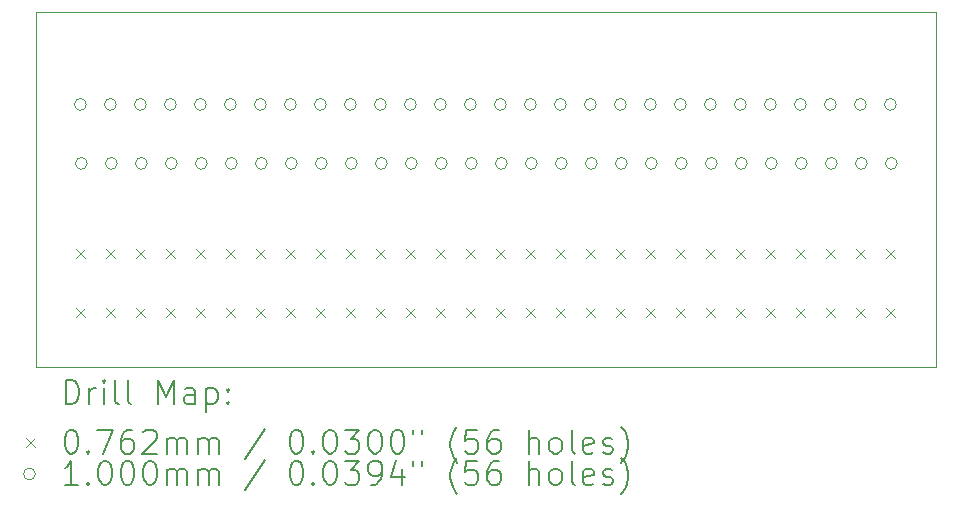
<source format=gbr>
%TF.GenerationSoftware,KiCad,Pcbnew,6.0.11-2627ca5db0~126~ubuntu22.04.1*%
%TF.CreationDate,2023-04-18T11:26:34+01:00*%
%TF.ProjectId,pim,70696d2e-6b69-4636-9164-5f7063625858,rev?*%
%TF.SameCoordinates,Original*%
%TF.FileFunction,Drillmap*%
%TF.FilePolarity,Positive*%
%FSLAX45Y45*%
G04 Gerber Fmt 4.5, Leading zero omitted, Abs format (unit mm)*
G04 Created by KiCad (PCBNEW 6.0.11-2627ca5db0~126~ubuntu22.04.1) date 2023-04-18 11:26:34*
%MOMM*%
%LPD*%
G01*
G04 APERTURE LIST*
%ADD10C,0.100000*%
%ADD11C,0.200000*%
%ADD12C,0.076200*%
G04 APERTURE END LIST*
D10*
X18542000Y-10277000D02*
X10922000Y-10277000D01*
X10922000Y-10277000D02*
X10922000Y-13278000D01*
X10922000Y-13278000D02*
X18542000Y-13278000D01*
X18542000Y-13278000D02*
X18542000Y-10277000D01*
D11*
D12*
X11261900Y-12778900D02*
X11338100Y-12855100D01*
X11338100Y-12778900D02*
X11261900Y-12855100D01*
X11264900Y-12280900D02*
X11341100Y-12357100D01*
X11341100Y-12280900D02*
X11264900Y-12357100D01*
X11515900Y-12778900D02*
X11592100Y-12855100D01*
X11592100Y-12778900D02*
X11515900Y-12855100D01*
X11518900Y-12280900D02*
X11595100Y-12357100D01*
X11595100Y-12280900D02*
X11518900Y-12357100D01*
X11769900Y-12778900D02*
X11846100Y-12855100D01*
X11846100Y-12778900D02*
X11769900Y-12855100D01*
X11772900Y-12280900D02*
X11849100Y-12357100D01*
X11849100Y-12280900D02*
X11772900Y-12357100D01*
X12023900Y-12778900D02*
X12100100Y-12855100D01*
X12100100Y-12778900D02*
X12023900Y-12855100D01*
X12026900Y-12280900D02*
X12103100Y-12357100D01*
X12103100Y-12280900D02*
X12026900Y-12357100D01*
X12277900Y-12778900D02*
X12354100Y-12855100D01*
X12354100Y-12778900D02*
X12277900Y-12855100D01*
X12280900Y-12280900D02*
X12357100Y-12357100D01*
X12357100Y-12280900D02*
X12280900Y-12357100D01*
X12531900Y-12778900D02*
X12608100Y-12855100D01*
X12608100Y-12778900D02*
X12531900Y-12855100D01*
X12534900Y-12280900D02*
X12611100Y-12357100D01*
X12611100Y-12280900D02*
X12534900Y-12357100D01*
X12785900Y-12778900D02*
X12862100Y-12855100D01*
X12862100Y-12778900D02*
X12785900Y-12855100D01*
X12788900Y-12280900D02*
X12865100Y-12357100D01*
X12865100Y-12280900D02*
X12788900Y-12357100D01*
X13039900Y-12778900D02*
X13116100Y-12855100D01*
X13116100Y-12778900D02*
X13039900Y-12855100D01*
X13042900Y-12280900D02*
X13119100Y-12357100D01*
X13119100Y-12280900D02*
X13042900Y-12357100D01*
X13293900Y-12778900D02*
X13370100Y-12855100D01*
X13370100Y-12778900D02*
X13293900Y-12855100D01*
X13296900Y-12280900D02*
X13373100Y-12357100D01*
X13373100Y-12280900D02*
X13296900Y-12357100D01*
X13547900Y-12778900D02*
X13624100Y-12855100D01*
X13624100Y-12778900D02*
X13547900Y-12855100D01*
X13550900Y-12280900D02*
X13627100Y-12357100D01*
X13627100Y-12280900D02*
X13550900Y-12357100D01*
X13801900Y-12778900D02*
X13878100Y-12855100D01*
X13878100Y-12778900D02*
X13801900Y-12855100D01*
X13804900Y-12280900D02*
X13881100Y-12357100D01*
X13881100Y-12280900D02*
X13804900Y-12357100D01*
X14055900Y-12778900D02*
X14132100Y-12855100D01*
X14132100Y-12778900D02*
X14055900Y-12855100D01*
X14058900Y-12280900D02*
X14135100Y-12357100D01*
X14135100Y-12280900D02*
X14058900Y-12357100D01*
X14309900Y-12778900D02*
X14386100Y-12855100D01*
X14386100Y-12778900D02*
X14309900Y-12855100D01*
X14312900Y-12280900D02*
X14389100Y-12357100D01*
X14389100Y-12280900D02*
X14312900Y-12357100D01*
X14563900Y-12778900D02*
X14640100Y-12855100D01*
X14640100Y-12778900D02*
X14563900Y-12855100D01*
X14566900Y-12280900D02*
X14643100Y-12357100D01*
X14643100Y-12280900D02*
X14566900Y-12357100D01*
X14817900Y-12778900D02*
X14894100Y-12855100D01*
X14894100Y-12778900D02*
X14817900Y-12855100D01*
X14820900Y-12280900D02*
X14897100Y-12357100D01*
X14897100Y-12280900D02*
X14820900Y-12357100D01*
X15071900Y-12778900D02*
X15148100Y-12855100D01*
X15148100Y-12778900D02*
X15071900Y-12855100D01*
X15074900Y-12280900D02*
X15151100Y-12357100D01*
X15151100Y-12280900D02*
X15074900Y-12357100D01*
X15325900Y-12778900D02*
X15402100Y-12855100D01*
X15402100Y-12778900D02*
X15325900Y-12855100D01*
X15328900Y-12280900D02*
X15405100Y-12357100D01*
X15405100Y-12280900D02*
X15328900Y-12357100D01*
X15579900Y-12778900D02*
X15656100Y-12855100D01*
X15656100Y-12778900D02*
X15579900Y-12855100D01*
X15582900Y-12280900D02*
X15659100Y-12357100D01*
X15659100Y-12280900D02*
X15582900Y-12357100D01*
X15833900Y-12778900D02*
X15910100Y-12855100D01*
X15910100Y-12778900D02*
X15833900Y-12855100D01*
X15836900Y-12280900D02*
X15913100Y-12357100D01*
X15913100Y-12280900D02*
X15836900Y-12357100D01*
X16087900Y-12778900D02*
X16164100Y-12855100D01*
X16164100Y-12778900D02*
X16087900Y-12855100D01*
X16090900Y-12280900D02*
X16167100Y-12357100D01*
X16167100Y-12280900D02*
X16090900Y-12357100D01*
X16341900Y-12778900D02*
X16418100Y-12855100D01*
X16418100Y-12778900D02*
X16341900Y-12855100D01*
X16344900Y-12280900D02*
X16421100Y-12357100D01*
X16421100Y-12280900D02*
X16344900Y-12357100D01*
X16595900Y-12778900D02*
X16672100Y-12855100D01*
X16672100Y-12778900D02*
X16595900Y-12855100D01*
X16598900Y-12280900D02*
X16675100Y-12357100D01*
X16675100Y-12280900D02*
X16598900Y-12357100D01*
X16849900Y-12778900D02*
X16926100Y-12855100D01*
X16926100Y-12778900D02*
X16849900Y-12855100D01*
X16852900Y-12280900D02*
X16929100Y-12357100D01*
X16929100Y-12280900D02*
X16852900Y-12357100D01*
X17103900Y-12778900D02*
X17180100Y-12855100D01*
X17180100Y-12778900D02*
X17103900Y-12855100D01*
X17106900Y-12280900D02*
X17183100Y-12357100D01*
X17183100Y-12280900D02*
X17106900Y-12357100D01*
X17357900Y-12778900D02*
X17434100Y-12855100D01*
X17434100Y-12778900D02*
X17357900Y-12855100D01*
X17360900Y-12280900D02*
X17437100Y-12357100D01*
X17437100Y-12280900D02*
X17360900Y-12357100D01*
X17611900Y-12778900D02*
X17688100Y-12855100D01*
X17688100Y-12778900D02*
X17611900Y-12855100D01*
X17614900Y-12280900D02*
X17691100Y-12357100D01*
X17691100Y-12280900D02*
X17614900Y-12357100D01*
X17865900Y-12778900D02*
X17942100Y-12855100D01*
X17942100Y-12778900D02*
X17865900Y-12855100D01*
X17868900Y-12280900D02*
X17945100Y-12357100D01*
X17945100Y-12280900D02*
X17868900Y-12357100D01*
X18119900Y-12778900D02*
X18196100Y-12855100D01*
X18196100Y-12778900D02*
X18119900Y-12855100D01*
X18122900Y-12280900D02*
X18199100Y-12357100D01*
X18199100Y-12280900D02*
X18122900Y-12357100D01*
D10*
X11349000Y-11058000D02*
G75*
G03*
X11349000Y-11058000I-50000J0D01*
G01*
X11357500Y-11557000D02*
G75*
G03*
X11357500Y-11557000I-50000J0D01*
G01*
X11603000Y-11058000D02*
G75*
G03*
X11603000Y-11058000I-50000J0D01*
G01*
X11611500Y-11557000D02*
G75*
G03*
X11611500Y-11557000I-50000J0D01*
G01*
X11857000Y-11058000D02*
G75*
G03*
X11857000Y-11058000I-50000J0D01*
G01*
X11865500Y-11557000D02*
G75*
G03*
X11865500Y-11557000I-50000J0D01*
G01*
X12111000Y-11058000D02*
G75*
G03*
X12111000Y-11058000I-50000J0D01*
G01*
X12119500Y-11557000D02*
G75*
G03*
X12119500Y-11557000I-50000J0D01*
G01*
X12365000Y-11058000D02*
G75*
G03*
X12365000Y-11058000I-50000J0D01*
G01*
X12373500Y-11557000D02*
G75*
G03*
X12373500Y-11557000I-50000J0D01*
G01*
X12619000Y-11058000D02*
G75*
G03*
X12619000Y-11058000I-50000J0D01*
G01*
X12627500Y-11557000D02*
G75*
G03*
X12627500Y-11557000I-50000J0D01*
G01*
X12873000Y-11058000D02*
G75*
G03*
X12873000Y-11058000I-50000J0D01*
G01*
X12881500Y-11557000D02*
G75*
G03*
X12881500Y-11557000I-50000J0D01*
G01*
X13127000Y-11058000D02*
G75*
G03*
X13127000Y-11058000I-50000J0D01*
G01*
X13135500Y-11557000D02*
G75*
G03*
X13135500Y-11557000I-50000J0D01*
G01*
X13381000Y-11058000D02*
G75*
G03*
X13381000Y-11058000I-50000J0D01*
G01*
X13389500Y-11557000D02*
G75*
G03*
X13389500Y-11557000I-50000J0D01*
G01*
X13635000Y-11058000D02*
G75*
G03*
X13635000Y-11058000I-50000J0D01*
G01*
X13643500Y-11557000D02*
G75*
G03*
X13643500Y-11557000I-50000J0D01*
G01*
X13889000Y-11058000D02*
G75*
G03*
X13889000Y-11058000I-50000J0D01*
G01*
X13897500Y-11557000D02*
G75*
G03*
X13897500Y-11557000I-50000J0D01*
G01*
X14143000Y-11058000D02*
G75*
G03*
X14143000Y-11058000I-50000J0D01*
G01*
X14151500Y-11557000D02*
G75*
G03*
X14151500Y-11557000I-50000J0D01*
G01*
X14397000Y-11058000D02*
G75*
G03*
X14397000Y-11058000I-50000J0D01*
G01*
X14405500Y-11557000D02*
G75*
G03*
X14405500Y-11557000I-50000J0D01*
G01*
X14651000Y-11058000D02*
G75*
G03*
X14651000Y-11058000I-50000J0D01*
G01*
X14659500Y-11557000D02*
G75*
G03*
X14659500Y-11557000I-50000J0D01*
G01*
X14905000Y-11058000D02*
G75*
G03*
X14905000Y-11058000I-50000J0D01*
G01*
X14913500Y-11557000D02*
G75*
G03*
X14913500Y-11557000I-50000J0D01*
G01*
X15159000Y-11058000D02*
G75*
G03*
X15159000Y-11058000I-50000J0D01*
G01*
X15167500Y-11557000D02*
G75*
G03*
X15167500Y-11557000I-50000J0D01*
G01*
X15413000Y-11058000D02*
G75*
G03*
X15413000Y-11058000I-50000J0D01*
G01*
X15421500Y-11557000D02*
G75*
G03*
X15421500Y-11557000I-50000J0D01*
G01*
X15667000Y-11058000D02*
G75*
G03*
X15667000Y-11058000I-50000J0D01*
G01*
X15675500Y-11557000D02*
G75*
G03*
X15675500Y-11557000I-50000J0D01*
G01*
X15921000Y-11058000D02*
G75*
G03*
X15921000Y-11058000I-50000J0D01*
G01*
X15929500Y-11557000D02*
G75*
G03*
X15929500Y-11557000I-50000J0D01*
G01*
X16175000Y-11058000D02*
G75*
G03*
X16175000Y-11058000I-50000J0D01*
G01*
X16183500Y-11557000D02*
G75*
G03*
X16183500Y-11557000I-50000J0D01*
G01*
X16429000Y-11058000D02*
G75*
G03*
X16429000Y-11058000I-50000J0D01*
G01*
X16437500Y-11557000D02*
G75*
G03*
X16437500Y-11557000I-50000J0D01*
G01*
X16683000Y-11058000D02*
G75*
G03*
X16683000Y-11058000I-50000J0D01*
G01*
X16691500Y-11557000D02*
G75*
G03*
X16691500Y-11557000I-50000J0D01*
G01*
X16937000Y-11058000D02*
G75*
G03*
X16937000Y-11058000I-50000J0D01*
G01*
X16945500Y-11557000D02*
G75*
G03*
X16945500Y-11557000I-50000J0D01*
G01*
X17191000Y-11058000D02*
G75*
G03*
X17191000Y-11058000I-50000J0D01*
G01*
X17199500Y-11557000D02*
G75*
G03*
X17199500Y-11557000I-50000J0D01*
G01*
X17445000Y-11058000D02*
G75*
G03*
X17445000Y-11058000I-50000J0D01*
G01*
X17453500Y-11557000D02*
G75*
G03*
X17453500Y-11557000I-50000J0D01*
G01*
X17699000Y-11058000D02*
G75*
G03*
X17699000Y-11058000I-50000J0D01*
G01*
X17707500Y-11557000D02*
G75*
G03*
X17707500Y-11557000I-50000J0D01*
G01*
X17953000Y-11058000D02*
G75*
G03*
X17953000Y-11058000I-50000J0D01*
G01*
X17961500Y-11557000D02*
G75*
G03*
X17961500Y-11557000I-50000J0D01*
G01*
X18207000Y-11058000D02*
G75*
G03*
X18207000Y-11058000I-50000J0D01*
G01*
X18215500Y-11557000D02*
G75*
G03*
X18215500Y-11557000I-50000J0D01*
G01*
D11*
X11174619Y-13593476D02*
X11174619Y-13393476D01*
X11222238Y-13393476D01*
X11250809Y-13403000D01*
X11269857Y-13422048D01*
X11279381Y-13441095D01*
X11288905Y-13479190D01*
X11288905Y-13507762D01*
X11279381Y-13545857D01*
X11269857Y-13564905D01*
X11250809Y-13583952D01*
X11222238Y-13593476D01*
X11174619Y-13593476D01*
X11374619Y-13593476D02*
X11374619Y-13460143D01*
X11374619Y-13498238D02*
X11384143Y-13479190D01*
X11393667Y-13469667D01*
X11412714Y-13460143D01*
X11431762Y-13460143D01*
X11498428Y-13593476D02*
X11498428Y-13460143D01*
X11498428Y-13393476D02*
X11488905Y-13403000D01*
X11498428Y-13412524D01*
X11507952Y-13403000D01*
X11498428Y-13393476D01*
X11498428Y-13412524D01*
X11622238Y-13593476D02*
X11603190Y-13583952D01*
X11593667Y-13564905D01*
X11593667Y-13393476D01*
X11727000Y-13593476D02*
X11707952Y-13583952D01*
X11698428Y-13564905D01*
X11698428Y-13393476D01*
X11955571Y-13593476D02*
X11955571Y-13393476D01*
X12022238Y-13536333D01*
X12088905Y-13393476D01*
X12088905Y-13593476D01*
X12269857Y-13593476D02*
X12269857Y-13488714D01*
X12260333Y-13469667D01*
X12241286Y-13460143D01*
X12203190Y-13460143D01*
X12184143Y-13469667D01*
X12269857Y-13583952D02*
X12250809Y-13593476D01*
X12203190Y-13593476D01*
X12184143Y-13583952D01*
X12174619Y-13564905D01*
X12174619Y-13545857D01*
X12184143Y-13526809D01*
X12203190Y-13517286D01*
X12250809Y-13517286D01*
X12269857Y-13507762D01*
X12365095Y-13460143D02*
X12365095Y-13660143D01*
X12365095Y-13469667D02*
X12384143Y-13460143D01*
X12422238Y-13460143D01*
X12441286Y-13469667D01*
X12450809Y-13479190D01*
X12460333Y-13498238D01*
X12460333Y-13555381D01*
X12450809Y-13574428D01*
X12441286Y-13583952D01*
X12422238Y-13593476D01*
X12384143Y-13593476D01*
X12365095Y-13583952D01*
X12546048Y-13574428D02*
X12555571Y-13583952D01*
X12546048Y-13593476D01*
X12536524Y-13583952D01*
X12546048Y-13574428D01*
X12546048Y-13593476D01*
X12546048Y-13469667D02*
X12555571Y-13479190D01*
X12546048Y-13488714D01*
X12536524Y-13479190D01*
X12546048Y-13469667D01*
X12546048Y-13488714D01*
D12*
X10840800Y-13884900D02*
X10917000Y-13961100D01*
X10917000Y-13884900D02*
X10840800Y-13961100D01*
D11*
X11212714Y-13813476D02*
X11231762Y-13813476D01*
X11250809Y-13823000D01*
X11260333Y-13832524D01*
X11269857Y-13851571D01*
X11279381Y-13889667D01*
X11279381Y-13937286D01*
X11269857Y-13975381D01*
X11260333Y-13994428D01*
X11250809Y-14003952D01*
X11231762Y-14013476D01*
X11212714Y-14013476D01*
X11193667Y-14003952D01*
X11184143Y-13994428D01*
X11174619Y-13975381D01*
X11165095Y-13937286D01*
X11165095Y-13889667D01*
X11174619Y-13851571D01*
X11184143Y-13832524D01*
X11193667Y-13823000D01*
X11212714Y-13813476D01*
X11365095Y-13994428D02*
X11374619Y-14003952D01*
X11365095Y-14013476D01*
X11355571Y-14003952D01*
X11365095Y-13994428D01*
X11365095Y-14013476D01*
X11441286Y-13813476D02*
X11574619Y-13813476D01*
X11488905Y-14013476D01*
X11736524Y-13813476D02*
X11698428Y-13813476D01*
X11679381Y-13823000D01*
X11669857Y-13832524D01*
X11650809Y-13861095D01*
X11641286Y-13899190D01*
X11641286Y-13975381D01*
X11650809Y-13994428D01*
X11660333Y-14003952D01*
X11679381Y-14013476D01*
X11717476Y-14013476D01*
X11736524Y-14003952D01*
X11746048Y-13994428D01*
X11755571Y-13975381D01*
X11755571Y-13927762D01*
X11746048Y-13908714D01*
X11736524Y-13899190D01*
X11717476Y-13889667D01*
X11679381Y-13889667D01*
X11660333Y-13899190D01*
X11650809Y-13908714D01*
X11641286Y-13927762D01*
X11831762Y-13832524D02*
X11841286Y-13823000D01*
X11860333Y-13813476D01*
X11907952Y-13813476D01*
X11927000Y-13823000D01*
X11936524Y-13832524D01*
X11946048Y-13851571D01*
X11946048Y-13870619D01*
X11936524Y-13899190D01*
X11822238Y-14013476D01*
X11946048Y-14013476D01*
X12031762Y-14013476D02*
X12031762Y-13880143D01*
X12031762Y-13899190D02*
X12041286Y-13889667D01*
X12060333Y-13880143D01*
X12088905Y-13880143D01*
X12107952Y-13889667D01*
X12117476Y-13908714D01*
X12117476Y-14013476D01*
X12117476Y-13908714D02*
X12127000Y-13889667D01*
X12146048Y-13880143D01*
X12174619Y-13880143D01*
X12193667Y-13889667D01*
X12203190Y-13908714D01*
X12203190Y-14013476D01*
X12298428Y-14013476D02*
X12298428Y-13880143D01*
X12298428Y-13899190D02*
X12307952Y-13889667D01*
X12327000Y-13880143D01*
X12355571Y-13880143D01*
X12374619Y-13889667D01*
X12384143Y-13908714D01*
X12384143Y-14013476D01*
X12384143Y-13908714D02*
X12393667Y-13889667D01*
X12412714Y-13880143D01*
X12441286Y-13880143D01*
X12460333Y-13889667D01*
X12469857Y-13908714D01*
X12469857Y-14013476D01*
X12860333Y-13803952D02*
X12688905Y-14061095D01*
X13117476Y-13813476D02*
X13136524Y-13813476D01*
X13155571Y-13823000D01*
X13165095Y-13832524D01*
X13174619Y-13851571D01*
X13184143Y-13889667D01*
X13184143Y-13937286D01*
X13174619Y-13975381D01*
X13165095Y-13994428D01*
X13155571Y-14003952D01*
X13136524Y-14013476D01*
X13117476Y-14013476D01*
X13098428Y-14003952D01*
X13088905Y-13994428D01*
X13079381Y-13975381D01*
X13069857Y-13937286D01*
X13069857Y-13889667D01*
X13079381Y-13851571D01*
X13088905Y-13832524D01*
X13098428Y-13823000D01*
X13117476Y-13813476D01*
X13269857Y-13994428D02*
X13279381Y-14003952D01*
X13269857Y-14013476D01*
X13260333Y-14003952D01*
X13269857Y-13994428D01*
X13269857Y-14013476D01*
X13403190Y-13813476D02*
X13422238Y-13813476D01*
X13441286Y-13823000D01*
X13450809Y-13832524D01*
X13460333Y-13851571D01*
X13469857Y-13889667D01*
X13469857Y-13937286D01*
X13460333Y-13975381D01*
X13450809Y-13994428D01*
X13441286Y-14003952D01*
X13422238Y-14013476D01*
X13403190Y-14013476D01*
X13384143Y-14003952D01*
X13374619Y-13994428D01*
X13365095Y-13975381D01*
X13355571Y-13937286D01*
X13355571Y-13889667D01*
X13365095Y-13851571D01*
X13374619Y-13832524D01*
X13384143Y-13823000D01*
X13403190Y-13813476D01*
X13536524Y-13813476D02*
X13660333Y-13813476D01*
X13593667Y-13889667D01*
X13622238Y-13889667D01*
X13641286Y-13899190D01*
X13650809Y-13908714D01*
X13660333Y-13927762D01*
X13660333Y-13975381D01*
X13650809Y-13994428D01*
X13641286Y-14003952D01*
X13622238Y-14013476D01*
X13565095Y-14013476D01*
X13546048Y-14003952D01*
X13536524Y-13994428D01*
X13784143Y-13813476D02*
X13803190Y-13813476D01*
X13822238Y-13823000D01*
X13831762Y-13832524D01*
X13841286Y-13851571D01*
X13850809Y-13889667D01*
X13850809Y-13937286D01*
X13841286Y-13975381D01*
X13831762Y-13994428D01*
X13822238Y-14003952D01*
X13803190Y-14013476D01*
X13784143Y-14013476D01*
X13765095Y-14003952D01*
X13755571Y-13994428D01*
X13746048Y-13975381D01*
X13736524Y-13937286D01*
X13736524Y-13889667D01*
X13746048Y-13851571D01*
X13755571Y-13832524D01*
X13765095Y-13823000D01*
X13784143Y-13813476D01*
X13974619Y-13813476D02*
X13993667Y-13813476D01*
X14012714Y-13823000D01*
X14022238Y-13832524D01*
X14031762Y-13851571D01*
X14041286Y-13889667D01*
X14041286Y-13937286D01*
X14031762Y-13975381D01*
X14022238Y-13994428D01*
X14012714Y-14003952D01*
X13993667Y-14013476D01*
X13974619Y-14013476D01*
X13955571Y-14003952D01*
X13946048Y-13994428D01*
X13936524Y-13975381D01*
X13927000Y-13937286D01*
X13927000Y-13889667D01*
X13936524Y-13851571D01*
X13946048Y-13832524D01*
X13955571Y-13823000D01*
X13974619Y-13813476D01*
X14117476Y-13813476D02*
X14117476Y-13851571D01*
X14193667Y-13813476D02*
X14193667Y-13851571D01*
X14488905Y-14089667D02*
X14479381Y-14080143D01*
X14460333Y-14051571D01*
X14450809Y-14032524D01*
X14441286Y-14003952D01*
X14431762Y-13956333D01*
X14431762Y-13918238D01*
X14441286Y-13870619D01*
X14450809Y-13842048D01*
X14460333Y-13823000D01*
X14479381Y-13794428D01*
X14488905Y-13784905D01*
X14660333Y-13813476D02*
X14565095Y-13813476D01*
X14555571Y-13908714D01*
X14565095Y-13899190D01*
X14584143Y-13889667D01*
X14631762Y-13889667D01*
X14650809Y-13899190D01*
X14660333Y-13908714D01*
X14669857Y-13927762D01*
X14669857Y-13975381D01*
X14660333Y-13994428D01*
X14650809Y-14003952D01*
X14631762Y-14013476D01*
X14584143Y-14013476D01*
X14565095Y-14003952D01*
X14555571Y-13994428D01*
X14841286Y-13813476D02*
X14803190Y-13813476D01*
X14784143Y-13823000D01*
X14774619Y-13832524D01*
X14755571Y-13861095D01*
X14746048Y-13899190D01*
X14746048Y-13975381D01*
X14755571Y-13994428D01*
X14765095Y-14003952D01*
X14784143Y-14013476D01*
X14822238Y-14013476D01*
X14841286Y-14003952D01*
X14850809Y-13994428D01*
X14860333Y-13975381D01*
X14860333Y-13927762D01*
X14850809Y-13908714D01*
X14841286Y-13899190D01*
X14822238Y-13889667D01*
X14784143Y-13889667D01*
X14765095Y-13899190D01*
X14755571Y-13908714D01*
X14746048Y-13927762D01*
X15098428Y-14013476D02*
X15098428Y-13813476D01*
X15184143Y-14013476D02*
X15184143Y-13908714D01*
X15174619Y-13889667D01*
X15155571Y-13880143D01*
X15127000Y-13880143D01*
X15107952Y-13889667D01*
X15098428Y-13899190D01*
X15307952Y-14013476D02*
X15288905Y-14003952D01*
X15279381Y-13994428D01*
X15269857Y-13975381D01*
X15269857Y-13918238D01*
X15279381Y-13899190D01*
X15288905Y-13889667D01*
X15307952Y-13880143D01*
X15336524Y-13880143D01*
X15355571Y-13889667D01*
X15365095Y-13899190D01*
X15374619Y-13918238D01*
X15374619Y-13975381D01*
X15365095Y-13994428D01*
X15355571Y-14003952D01*
X15336524Y-14013476D01*
X15307952Y-14013476D01*
X15488905Y-14013476D02*
X15469857Y-14003952D01*
X15460333Y-13984905D01*
X15460333Y-13813476D01*
X15641286Y-14003952D02*
X15622238Y-14013476D01*
X15584143Y-14013476D01*
X15565095Y-14003952D01*
X15555571Y-13984905D01*
X15555571Y-13908714D01*
X15565095Y-13889667D01*
X15584143Y-13880143D01*
X15622238Y-13880143D01*
X15641286Y-13889667D01*
X15650809Y-13908714D01*
X15650809Y-13927762D01*
X15555571Y-13946809D01*
X15727000Y-14003952D02*
X15746048Y-14013476D01*
X15784143Y-14013476D01*
X15803190Y-14003952D01*
X15812714Y-13984905D01*
X15812714Y-13975381D01*
X15803190Y-13956333D01*
X15784143Y-13946809D01*
X15755571Y-13946809D01*
X15736524Y-13937286D01*
X15727000Y-13918238D01*
X15727000Y-13908714D01*
X15736524Y-13889667D01*
X15755571Y-13880143D01*
X15784143Y-13880143D01*
X15803190Y-13889667D01*
X15879381Y-14089667D02*
X15888905Y-14080143D01*
X15907952Y-14051571D01*
X15917476Y-14032524D01*
X15927000Y-14003952D01*
X15936524Y-13956333D01*
X15936524Y-13918238D01*
X15927000Y-13870619D01*
X15917476Y-13842048D01*
X15907952Y-13823000D01*
X15888905Y-13794428D01*
X15879381Y-13784905D01*
D10*
X10917000Y-14187000D02*
G75*
G03*
X10917000Y-14187000I-50000J0D01*
G01*
D11*
X11279381Y-14277476D02*
X11165095Y-14277476D01*
X11222238Y-14277476D02*
X11222238Y-14077476D01*
X11203190Y-14106048D01*
X11184143Y-14125095D01*
X11165095Y-14134619D01*
X11365095Y-14258428D02*
X11374619Y-14267952D01*
X11365095Y-14277476D01*
X11355571Y-14267952D01*
X11365095Y-14258428D01*
X11365095Y-14277476D01*
X11498428Y-14077476D02*
X11517476Y-14077476D01*
X11536524Y-14087000D01*
X11546048Y-14096524D01*
X11555571Y-14115571D01*
X11565095Y-14153667D01*
X11565095Y-14201286D01*
X11555571Y-14239381D01*
X11546048Y-14258428D01*
X11536524Y-14267952D01*
X11517476Y-14277476D01*
X11498428Y-14277476D01*
X11479381Y-14267952D01*
X11469857Y-14258428D01*
X11460333Y-14239381D01*
X11450809Y-14201286D01*
X11450809Y-14153667D01*
X11460333Y-14115571D01*
X11469857Y-14096524D01*
X11479381Y-14087000D01*
X11498428Y-14077476D01*
X11688905Y-14077476D02*
X11707952Y-14077476D01*
X11727000Y-14087000D01*
X11736524Y-14096524D01*
X11746048Y-14115571D01*
X11755571Y-14153667D01*
X11755571Y-14201286D01*
X11746048Y-14239381D01*
X11736524Y-14258428D01*
X11727000Y-14267952D01*
X11707952Y-14277476D01*
X11688905Y-14277476D01*
X11669857Y-14267952D01*
X11660333Y-14258428D01*
X11650809Y-14239381D01*
X11641286Y-14201286D01*
X11641286Y-14153667D01*
X11650809Y-14115571D01*
X11660333Y-14096524D01*
X11669857Y-14087000D01*
X11688905Y-14077476D01*
X11879381Y-14077476D02*
X11898428Y-14077476D01*
X11917476Y-14087000D01*
X11927000Y-14096524D01*
X11936524Y-14115571D01*
X11946048Y-14153667D01*
X11946048Y-14201286D01*
X11936524Y-14239381D01*
X11927000Y-14258428D01*
X11917476Y-14267952D01*
X11898428Y-14277476D01*
X11879381Y-14277476D01*
X11860333Y-14267952D01*
X11850809Y-14258428D01*
X11841286Y-14239381D01*
X11831762Y-14201286D01*
X11831762Y-14153667D01*
X11841286Y-14115571D01*
X11850809Y-14096524D01*
X11860333Y-14087000D01*
X11879381Y-14077476D01*
X12031762Y-14277476D02*
X12031762Y-14144143D01*
X12031762Y-14163190D02*
X12041286Y-14153667D01*
X12060333Y-14144143D01*
X12088905Y-14144143D01*
X12107952Y-14153667D01*
X12117476Y-14172714D01*
X12117476Y-14277476D01*
X12117476Y-14172714D02*
X12127000Y-14153667D01*
X12146048Y-14144143D01*
X12174619Y-14144143D01*
X12193667Y-14153667D01*
X12203190Y-14172714D01*
X12203190Y-14277476D01*
X12298428Y-14277476D02*
X12298428Y-14144143D01*
X12298428Y-14163190D02*
X12307952Y-14153667D01*
X12327000Y-14144143D01*
X12355571Y-14144143D01*
X12374619Y-14153667D01*
X12384143Y-14172714D01*
X12384143Y-14277476D01*
X12384143Y-14172714D02*
X12393667Y-14153667D01*
X12412714Y-14144143D01*
X12441286Y-14144143D01*
X12460333Y-14153667D01*
X12469857Y-14172714D01*
X12469857Y-14277476D01*
X12860333Y-14067952D02*
X12688905Y-14325095D01*
X13117476Y-14077476D02*
X13136524Y-14077476D01*
X13155571Y-14087000D01*
X13165095Y-14096524D01*
X13174619Y-14115571D01*
X13184143Y-14153667D01*
X13184143Y-14201286D01*
X13174619Y-14239381D01*
X13165095Y-14258428D01*
X13155571Y-14267952D01*
X13136524Y-14277476D01*
X13117476Y-14277476D01*
X13098428Y-14267952D01*
X13088905Y-14258428D01*
X13079381Y-14239381D01*
X13069857Y-14201286D01*
X13069857Y-14153667D01*
X13079381Y-14115571D01*
X13088905Y-14096524D01*
X13098428Y-14087000D01*
X13117476Y-14077476D01*
X13269857Y-14258428D02*
X13279381Y-14267952D01*
X13269857Y-14277476D01*
X13260333Y-14267952D01*
X13269857Y-14258428D01*
X13269857Y-14277476D01*
X13403190Y-14077476D02*
X13422238Y-14077476D01*
X13441286Y-14087000D01*
X13450809Y-14096524D01*
X13460333Y-14115571D01*
X13469857Y-14153667D01*
X13469857Y-14201286D01*
X13460333Y-14239381D01*
X13450809Y-14258428D01*
X13441286Y-14267952D01*
X13422238Y-14277476D01*
X13403190Y-14277476D01*
X13384143Y-14267952D01*
X13374619Y-14258428D01*
X13365095Y-14239381D01*
X13355571Y-14201286D01*
X13355571Y-14153667D01*
X13365095Y-14115571D01*
X13374619Y-14096524D01*
X13384143Y-14087000D01*
X13403190Y-14077476D01*
X13536524Y-14077476D02*
X13660333Y-14077476D01*
X13593667Y-14153667D01*
X13622238Y-14153667D01*
X13641286Y-14163190D01*
X13650809Y-14172714D01*
X13660333Y-14191762D01*
X13660333Y-14239381D01*
X13650809Y-14258428D01*
X13641286Y-14267952D01*
X13622238Y-14277476D01*
X13565095Y-14277476D01*
X13546048Y-14267952D01*
X13536524Y-14258428D01*
X13755571Y-14277476D02*
X13793667Y-14277476D01*
X13812714Y-14267952D01*
X13822238Y-14258428D01*
X13841286Y-14229857D01*
X13850809Y-14191762D01*
X13850809Y-14115571D01*
X13841286Y-14096524D01*
X13831762Y-14087000D01*
X13812714Y-14077476D01*
X13774619Y-14077476D01*
X13755571Y-14087000D01*
X13746048Y-14096524D01*
X13736524Y-14115571D01*
X13736524Y-14163190D01*
X13746048Y-14182238D01*
X13755571Y-14191762D01*
X13774619Y-14201286D01*
X13812714Y-14201286D01*
X13831762Y-14191762D01*
X13841286Y-14182238D01*
X13850809Y-14163190D01*
X14022238Y-14144143D02*
X14022238Y-14277476D01*
X13974619Y-14067952D02*
X13927000Y-14210809D01*
X14050809Y-14210809D01*
X14117476Y-14077476D02*
X14117476Y-14115571D01*
X14193667Y-14077476D02*
X14193667Y-14115571D01*
X14488905Y-14353667D02*
X14479381Y-14344143D01*
X14460333Y-14315571D01*
X14450809Y-14296524D01*
X14441286Y-14267952D01*
X14431762Y-14220333D01*
X14431762Y-14182238D01*
X14441286Y-14134619D01*
X14450809Y-14106048D01*
X14460333Y-14087000D01*
X14479381Y-14058428D01*
X14488905Y-14048905D01*
X14660333Y-14077476D02*
X14565095Y-14077476D01*
X14555571Y-14172714D01*
X14565095Y-14163190D01*
X14584143Y-14153667D01*
X14631762Y-14153667D01*
X14650809Y-14163190D01*
X14660333Y-14172714D01*
X14669857Y-14191762D01*
X14669857Y-14239381D01*
X14660333Y-14258428D01*
X14650809Y-14267952D01*
X14631762Y-14277476D01*
X14584143Y-14277476D01*
X14565095Y-14267952D01*
X14555571Y-14258428D01*
X14841286Y-14077476D02*
X14803190Y-14077476D01*
X14784143Y-14087000D01*
X14774619Y-14096524D01*
X14755571Y-14125095D01*
X14746048Y-14163190D01*
X14746048Y-14239381D01*
X14755571Y-14258428D01*
X14765095Y-14267952D01*
X14784143Y-14277476D01*
X14822238Y-14277476D01*
X14841286Y-14267952D01*
X14850809Y-14258428D01*
X14860333Y-14239381D01*
X14860333Y-14191762D01*
X14850809Y-14172714D01*
X14841286Y-14163190D01*
X14822238Y-14153667D01*
X14784143Y-14153667D01*
X14765095Y-14163190D01*
X14755571Y-14172714D01*
X14746048Y-14191762D01*
X15098428Y-14277476D02*
X15098428Y-14077476D01*
X15184143Y-14277476D02*
X15184143Y-14172714D01*
X15174619Y-14153667D01*
X15155571Y-14144143D01*
X15127000Y-14144143D01*
X15107952Y-14153667D01*
X15098428Y-14163190D01*
X15307952Y-14277476D02*
X15288905Y-14267952D01*
X15279381Y-14258428D01*
X15269857Y-14239381D01*
X15269857Y-14182238D01*
X15279381Y-14163190D01*
X15288905Y-14153667D01*
X15307952Y-14144143D01*
X15336524Y-14144143D01*
X15355571Y-14153667D01*
X15365095Y-14163190D01*
X15374619Y-14182238D01*
X15374619Y-14239381D01*
X15365095Y-14258428D01*
X15355571Y-14267952D01*
X15336524Y-14277476D01*
X15307952Y-14277476D01*
X15488905Y-14277476D02*
X15469857Y-14267952D01*
X15460333Y-14248905D01*
X15460333Y-14077476D01*
X15641286Y-14267952D02*
X15622238Y-14277476D01*
X15584143Y-14277476D01*
X15565095Y-14267952D01*
X15555571Y-14248905D01*
X15555571Y-14172714D01*
X15565095Y-14153667D01*
X15584143Y-14144143D01*
X15622238Y-14144143D01*
X15641286Y-14153667D01*
X15650809Y-14172714D01*
X15650809Y-14191762D01*
X15555571Y-14210809D01*
X15727000Y-14267952D02*
X15746048Y-14277476D01*
X15784143Y-14277476D01*
X15803190Y-14267952D01*
X15812714Y-14248905D01*
X15812714Y-14239381D01*
X15803190Y-14220333D01*
X15784143Y-14210809D01*
X15755571Y-14210809D01*
X15736524Y-14201286D01*
X15727000Y-14182238D01*
X15727000Y-14172714D01*
X15736524Y-14153667D01*
X15755571Y-14144143D01*
X15784143Y-14144143D01*
X15803190Y-14153667D01*
X15879381Y-14353667D02*
X15888905Y-14344143D01*
X15907952Y-14315571D01*
X15917476Y-14296524D01*
X15927000Y-14267952D01*
X15936524Y-14220333D01*
X15936524Y-14182238D01*
X15927000Y-14134619D01*
X15917476Y-14106048D01*
X15907952Y-14087000D01*
X15888905Y-14058428D01*
X15879381Y-14048905D01*
M02*

</source>
